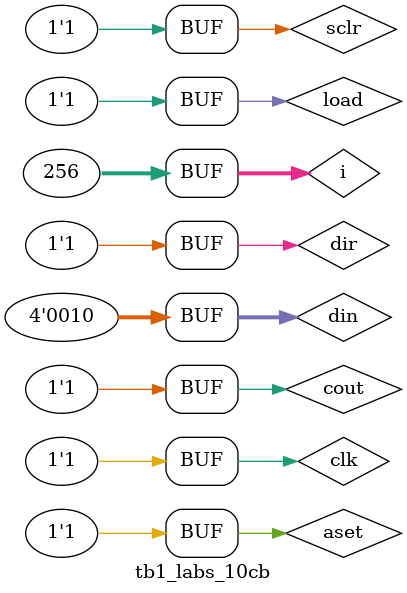
<source format=v>
`timescale 1 ns/ 1 ns
module tb1_labs_10cb; 

reg clk, aset, sclr, load, dir, cout;
reg  [3:0] din;
wire [3:0] result;
integer i;

cb b(clk, cout, aset, sclr, load, dir, din, result);

initial begin
	clk = 0;
	din = 1010;
	for (i = 0; i < 2**8; i = i + 1) begin
		#20 {aset, sclr, load, dir} = i[7:4]; 
		{cout, clk} = i[1:0];
	end
end

endmodule

</source>
